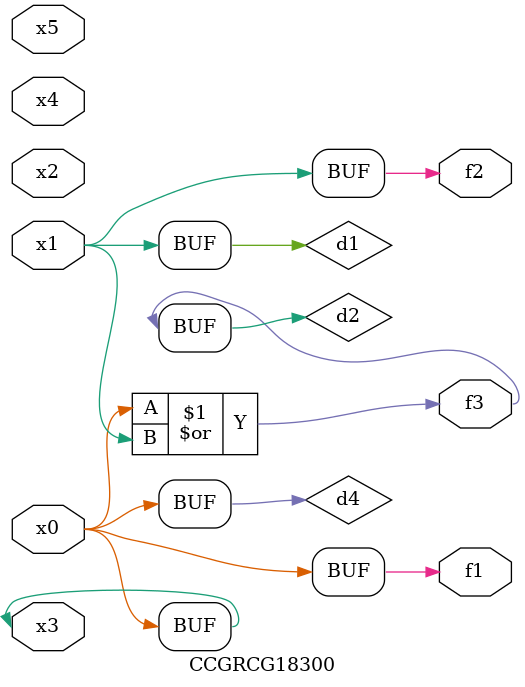
<source format=v>
module CCGRCG18300(
	input x0, x1, x2, x3, x4, x5,
	output f1, f2, f3
);

	wire d1, d2, d3, d4;

	and (d1, x1);
	or (d2, x0, x1);
	nand (d3, x0, x5);
	buf (d4, x0, x3);
	assign f1 = d4;
	assign f2 = d1;
	assign f3 = d2;
endmodule

</source>
